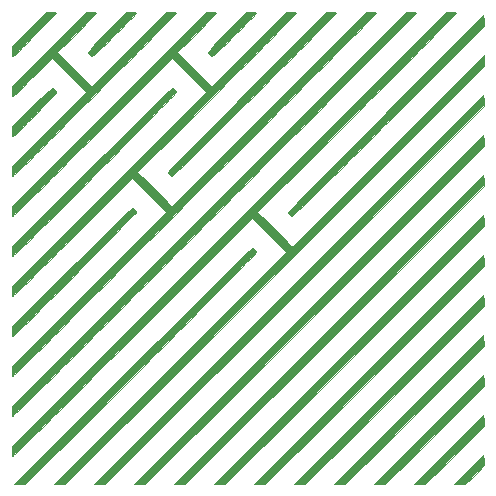
<source format=gbr>
G04 #@! TF.GenerationSoftware,KiCad,Pcbnew,(5.1.4)-1*
G04 #@! TF.CreationDate,2019-10-10T18:56:39+02:00*
G04 #@! TF.ProjectId,SideLeft,53696465-4c65-4667-942e-6b696361645f,rev?*
G04 #@! TF.SameCoordinates,Original*
G04 #@! TF.FileFunction,Legend,Bot*
G04 #@! TF.FilePolarity,Positive*
%FSLAX46Y46*%
G04 Gerber Fmt 4.6, Leading zero omitted, Abs format (unit mm)*
G04 Created by KiCad (PCBNEW (5.1.4)-1) date 2019-10-10 18:56:39*
%MOMM*%
%LPD*%
G04 APERTURE LIST*
%ADD10C,0.010000*%
G04 APERTURE END LIST*
D10*
G36*
X214204770Y-114191624D02*
G01*
X214991197Y-113401914D01*
X214965098Y-112962107D01*
X214939000Y-112522301D01*
X213712428Y-113751817D01*
X212485857Y-114981333D01*
X213418344Y-114981333D01*
X214204770Y-114191624D01*
X214204770Y-114191624D01*
G37*
X214204770Y-114191624D02*
X214991197Y-113401914D01*
X214965098Y-112962107D01*
X214939000Y-112522301D01*
X213712428Y-113751817D01*
X212485857Y-114981333D01*
X213418344Y-114981333D01*
X214204770Y-114191624D01*
G36*
X212510339Y-112499334D02*
G01*
X214991269Y-110017335D01*
X214965134Y-109577121D01*
X214939000Y-109136907D01*
X209097920Y-114981333D01*
X210029410Y-114981333D01*
X212510339Y-112499334D01*
X212510339Y-112499334D01*
G37*
X212510339Y-112499334D02*
X214991269Y-110017335D01*
X214965134Y-109577121D01*
X214939000Y-109136907D01*
X209097920Y-114981333D01*
X210029410Y-114981333D01*
X212510339Y-112499334D01*
G36*
X210816796Y-110806207D02*
G01*
X214991283Y-106631080D01*
X214965142Y-106190829D01*
X214939000Y-105750577D01*
X205710916Y-114981333D01*
X206642308Y-114981333D01*
X210816796Y-110806207D01*
X210816796Y-110806207D01*
G37*
X210816796Y-110806207D02*
X214991283Y-106631080D01*
X214965142Y-106190829D01*
X214939000Y-105750577D01*
X205710916Y-114981333D01*
X206642308Y-114981333D01*
X210816796Y-110806207D01*
G36*
X209123373Y-109112961D02*
G01*
X214991290Y-103244589D01*
X214939000Y-102364067D01*
X208631546Y-108672700D01*
X202324093Y-114981333D01*
X203255457Y-114981333D01*
X209123373Y-109112961D01*
X209123373Y-109112961D01*
G37*
X209123373Y-109112961D02*
X214991290Y-103244589D01*
X214939000Y-102364067D01*
X208631546Y-108672700D01*
X202324093Y-114981333D01*
X203255457Y-114981333D01*
X209123373Y-109112961D01*
G36*
X207429990Y-107419677D02*
G01*
X214991293Y-99858020D01*
X214965146Y-99417755D01*
X214939000Y-98977490D01*
X206938168Y-106979412D01*
X198937336Y-114981333D01*
X199868688Y-114981333D01*
X207429990Y-107419677D01*
X207429990Y-107419677D01*
G37*
X207429990Y-107419677D02*
X214991293Y-99858020D01*
X214965146Y-99417755D01*
X214939000Y-98977490D01*
X206938168Y-106979412D01*
X198937336Y-114981333D01*
X199868688Y-114981333D01*
X207429990Y-107419677D01*
G36*
X205736626Y-105726375D02*
G01*
X214991295Y-96471416D01*
X214965147Y-96031149D01*
X214939000Y-95590882D01*
X205244805Y-105286108D01*
X195550610Y-114981333D01*
X196481956Y-114981333D01*
X205736626Y-105726375D01*
X205736626Y-105726375D01*
G37*
X205736626Y-105726375D02*
X214991295Y-96471416D01*
X214965147Y-96031149D01*
X214939000Y-95590882D01*
X205244805Y-105286108D01*
X195550610Y-114981333D01*
X196481956Y-114981333D01*
X205736626Y-105726375D01*
G36*
X185919637Y-105223363D02*
G01*
X186991467Y-104150712D01*
X188030356Y-103109476D01*
X189030014Y-102106030D01*
X189984147Y-101146752D01*
X190886464Y-100238020D01*
X191730672Y-99386209D01*
X192510480Y-98597697D01*
X193219594Y-97878861D01*
X193851723Y-97236078D01*
X194400574Y-96675725D01*
X194859855Y-96204178D01*
X195223274Y-95827815D01*
X195484539Y-95553012D01*
X195637358Y-95386147D01*
X195677333Y-95334297D01*
X195604143Y-95138829D01*
X195430443Y-95014483D01*
X195342765Y-95000000D01*
X195269583Y-95058920D01*
X195083142Y-95231536D01*
X194789740Y-95511628D01*
X194395679Y-95892978D01*
X193907258Y-96369368D01*
X193330776Y-96934580D01*
X192672535Y-97582394D01*
X191938835Y-98306594D01*
X191135974Y-99100959D01*
X190270253Y-99959273D01*
X189347973Y-100875316D01*
X188375433Y-101842870D01*
X187358932Y-102855717D01*
X186304772Y-103907638D01*
X185221000Y-104990667D01*
X175230602Y-114981333D01*
X176161941Y-114981333D01*
X185919637Y-105223363D01*
X185919637Y-105223363D01*
G37*
X185919637Y-105223363D02*
X186991467Y-104150712D01*
X188030356Y-103109476D01*
X189030014Y-102106030D01*
X189984147Y-101146752D01*
X190886464Y-100238020D01*
X191730672Y-99386209D01*
X192510480Y-98597697D01*
X193219594Y-97878861D01*
X193851723Y-97236078D01*
X194400574Y-96675725D01*
X194859855Y-96204178D01*
X195223274Y-95827815D01*
X195484539Y-95553012D01*
X195637358Y-95386147D01*
X195677333Y-95334297D01*
X195604143Y-95138829D01*
X195430443Y-95014483D01*
X195342765Y-95000000D01*
X195269583Y-95058920D01*
X195083142Y-95231536D01*
X194789740Y-95511628D01*
X194395679Y-95892978D01*
X193907258Y-96369368D01*
X193330776Y-96934580D01*
X192672535Y-97582394D01*
X191938835Y-98306594D01*
X191135974Y-99100959D01*
X190270253Y-99959273D01*
X189347973Y-100875316D01*
X188375433Y-101842870D01*
X187358932Y-102855717D01*
X186304772Y-103907638D01*
X185221000Y-104990667D01*
X175230602Y-114981333D01*
X176161941Y-114981333D01*
X185919637Y-105223363D01*
G36*
X204043271Y-104033063D02*
G01*
X214991297Y-93084792D01*
X214965148Y-92644524D01*
X214939000Y-92204257D01*
X203551451Y-103592795D01*
X192163903Y-114981333D01*
X193095245Y-114981333D01*
X204043271Y-104033063D01*
X204043271Y-104033063D01*
G37*
X204043271Y-104033063D02*
X214991297Y-93084792D01*
X214965148Y-92644524D01*
X214939000Y-92204257D01*
X203551451Y-103592795D01*
X192163903Y-114981333D01*
X193095245Y-114981333D01*
X204043271Y-104033063D01*
G36*
X175156731Y-102392000D02*
G01*
X175339120Y-102223056D01*
X175619077Y-101954420D01*
X175986084Y-101596678D01*
X176429625Y-101160415D01*
X176939183Y-100656216D01*
X177504242Y-100094668D01*
X178114285Y-99486354D01*
X178758796Y-98841862D01*
X179427257Y-98171775D01*
X180109152Y-97486680D01*
X180793964Y-96797162D01*
X181471178Y-96113807D01*
X182130276Y-95447198D01*
X182760742Y-94807924D01*
X183352058Y-94206567D01*
X183893709Y-93653714D01*
X184375178Y-93159951D01*
X184785948Y-92735863D01*
X185115503Y-92392034D01*
X185353326Y-92139051D01*
X185488900Y-91987499D01*
X185517333Y-91947511D01*
X185444140Y-91752142D01*
X185270421Y-91627835D01*
X185182633Y-91613333D01*
X185104017Y-91671914D01*
X184915045Y-91841792D01*
X184624742Y-92114172D01*
X184242133Y-92480259D01*
X183776243Y-92931259D01*
X183236095Y-93458376D01*
X182630714Y-94052816D01*
X181969126Y-94705784D01*
X181260353Y-95408484D01*
X180513423Y-96152121D01*
X180034900Y-96630098D01*
X175018667Y-101646863D01*
X175018667Y-102048765D01*
X175030715Y-102283176D01*
X175061365Y-102428003D01*
X175082425Y-102450667D01*
X175156731Y-102392000D01*
X175156731Y-102392000D01*
G37*
X175156731Y-102392000D02*
X175339120Y-102223056D01*
X175619077Y-101954420D01*
X175986084Y-101596678D01*
X176429625Y-101160415D01*
X176939183Y-100656216D01*
X177504242Y-100094668D01*
X178114285Y-99486354D01*
X178758796Y-98841862D01*
X179427257Y-98171775D01*
X180109152Y-97486680D01*
X180793964Y-96797162D01*
X181471178Y-96113807D01*
X182130276Y-95447198D01*
X182760742Y-94807924D01*
X183352058Y-94206567D01*
X183893709Y-93653714D01*
X184375178Y-93159951D01*
X184785948Y-92735863D01*
X185115503Y-92392034D01*
X185353326Y-92139051D01*
X185488900Y-91987499D01*
X185517333Y-91947511D01*
X185444140Y-91752142D01*
X185270421Y-91627835D01*
X185182633Y-91613333D01*
X185104017Y-91671914D01*
X184915045Y-91841792D01*
X184624742Y-92114172D01*
X184242133Y-92480259D01*
X183776243Y-92931259D01*
X183236095Y-93458376D01*
X182630714Y-94052816D01*
X181969126Y-94705784D01*
X181260353Y-95408484D01*
X180513423Y-96152121D01*
X180034900Y-96630098D01*
X175018667Y-101646863D01*
X175018667Y-102048765D01*
X175030715Y-102283176D01*
X175061365Y-102428003D01*
X175082425Y-102450667D01*
X175156731Y-102392000D01*
G36*
X214991298Y-89698157D02*
G01*
X214965149Y-89257889D01*
X214939000Y-88817620D01*
X201858103Y-101899477D01*
X188777205Y-114981333D01*
X189708546Y-114981333D01*
X214991298Y-89698157D01*
X214991298Y-89698157D01*
G37*
X214991298Y-89698157D02*
X214965149Y-89257889D01*
X214939000Y-88817620D01*
X201858103Y-101899477D01*
X188777205Y-114981333D01*
X189708546Y-114981333D01*
X214991298Y-89698157D01*
G36*
X200656576Y-100646424D02*
G01*
X214991299Y-86311515D01*
X214965149Y-85871246D01*
X214939000Y-85430977D01*
X200164757Y-100206155D01*
X185390515Y-114981333D01*
X186321854Y-114981333D01*
X200656576Y-100646424D01*
X200656576Y-100646424D01*
G37*
X200656576Y-100646424D02*
X214991299Y-86311515D01*
X214965149Y-85871246D01*
X214939000Y-85430977D01*
X200164757Y-100206155D01*
X185390515Y-114981333D01*
X186321854Y-114981333D01*
X200656576Y-100646424D01*
G36*
X214991299Y-82924867D02*
G01*
X214965150Y-82484598D01*
X214939000Y-82044329D01*
X182003830Y-114981333D01*
X182935167Y-114981333D01*
X214991299Y-82924867D01*
X214991299Y-82924867D01*
G37*
X214991299Y-82924867D02*
X214965150Y-82484598D01*
X214939000Y-82044329D01*
X182003830Y-114981333D01*
X182935167Y-114981333D01*
X214991299Y-82924867D01*
G36*
X175154831Y-95618570D02*
G01*
X175337054Y-95448394D01*
X175619902Y-95175980D01*
X175994246Y-94810501D01*
X176450958Y-94361130D01*
X176980910Y-93837042D01*
X177574973Y-93247409D01*
X178224018Y-92601405D01*
X178918916Y-91908204D01*
X179650541Y-91176979D01*
X180409762Y-90416904D01*
X181187451Y-89637152D01*
X181974481Y-88846896D01*
X182761721Y-88055311D01*
X183540045Y-87271569D01*
X184300322Y-86504844D01*
X185033426Y-85764310D01*
X185730226Y-85059140D01*
X186381596Y-84398508D01*
X186978406Y-83791587D01*
X187511527Y-83247551D01*
X187971832Y-82775573D01*
X188350191Y-82384826D01*
X188637476Y-82084485D01*
X188824559Y-81883723D01*
X188902311Y-81791712D01*
X188904000Y-81787573D01*
X188830808Y-81592153D01*
X188657099Y-81467825D01*
X188569367Y-81453333D01*
X188493272Y-81512068D01*
X188305450Y-81683208D01*
X188013645Y-81959156D01*
X187625601Y-82332318D01*
X187149064Y-82795097D01*
X186591777Y-83339896D01*
X185961484Y-83959120D01*
X185265931Y-84645172D01*
X184512862Y-85390458D01*
X183710020Y-86187379D01*
X182865151Y-87028341D01*
X181985999Y-87905747D01*
X181728300Y-88163365D01*
X175018667Y-94873397D01*
X175018667Y-95275365D01*
X175030702Y-95509799D01*
X175061317Y-95654653D01*
X175082361Y-95677333D01*
X175154831Y-95618570D01*
X175154831Y-95618570D01*
G37*
X175154831Y-95618570D02*
X175337054Y-95448394D01*
X175619902Y-95175980D01*
X175994246Y-94810501D01*
X176450958Y-94361130D01*
X176980910Y-93837042D01*
X177574973Y-93247409D01*
X178224018Y-92601405D01*
X178918916Y-91908204D01*
X179650541Y-91176979D01*
X180409762Y-90416904D01*
X181187451Y-89637152D01*
X181974481Y-88846896D01*
X182761721Y-88055311D01*
X183540045Y-87271569D01*
X184300322Y-86504844D01*
X185033426Y-85764310D01*
X185730226Y-85059140D01*
X186381596Y-84398508D01*
X186978406Y-83791587D01*
X187511527Y-83247551D01*
X187971832Y-82775573D01*
X188350191Y-82384826D01*
X188637476Y-82084485D01*
X188824559Y-81883723D01*
X188902311Y-81791712D01*
X188904000Y-81787573D01*
X188830808Y-81592153D01*
X188657099Y-81467825D01*
X188569367Y-81453333D01*
X188493272Y-81512068D01*
X188305450Y-81683208D01*
X188013645Y-81959156D01*
X187625601Y-82332318D01*
X187149064Y-82795097D01*
X186591777Y-83339896D01*
X185961484Y-83959120D01*
X185265931Y-84645172D01*
X184512862Y-85390458D01*
X183710020Y-86187379D01*
X182865151Y-87028341D01*
X181985999Y-87905747D01*
X181728300Y-88163365D01*
X175018667Y-94873397D01*
X175018667Y-95275365D01*
X175030702Y-95509799D01*
X175061317Y-95654653D01*
X175082361Y-95677333D01*
X175154831Y-95618570D01*
G36*
X175166587Y-85458881D02*
G01*
X175348789Y-85295673D01*
X175611624Y-85045932D01*
X175937207Y-84727882D01*
X176307654Y-84359746D01*
X176705078Y-83959747D01*
X177111595Y-83546109D01*
X177509320Y-83137055D01*
X177880366Y-82750807D01*
X178206850Y-82405590D01*
X178470885Y-82119627D01*
X178654586Y-81911141D01*
X178740069Y-81798354D01*
X178744000Y-81787045D01*
X178670794Y-81592060D01*
X178496988Y-81467908D01*
X178408752Y-81453333D01*
X178316162Y-81511176D01*
X178121813Y-81674319D01*
X177842529Y-81927184D01*
X177495134Y-82254193D01*
X177096452Y-82639767D01*
X176663309Y-83068328D01*
X176647686Y-83083961D01*
X175018667Y-84714588D01*
X175018667Y-85115961D01*
X175030821Y-85350193D01*
X175061736Y-85494808D01*
X175082905Y-85517333D01*
X175166587Y-85458881D01*
X175166587Y-85458881D01*
G37*
X175166587Y-85458881D02*
X175348789Y-85295673D01*
X175611624Y-85045932D01*
X175937207Y-84727882D01*
X176307654Y-84359746D01*
X176705078Y-83959747D01*
X177111595Y-83546109D01*
X177509320Y-83137055D01*
X177880366Y-82750807D01*
X178206850Y-82405590D01*
X178470885Y-82119627D01*
X178654586Y-81911141D01*
X178740069Y-81798354D01*
X178744000Y-81787045D01*
X178670794Y-81592060D01*
X178496988Y-81467908D01*
X178408752Y-81453333D01*
X178316162Y-81511176D01*
X178121813Y-81674319D01*
X177842529Y-81927184D01*
X177495134Y-82254193D01*
X177096452Y-82639767D01*
X176663309Y-83068328D01*
X176647686Y-83083961D01*
X175018667Y-84714588D01*
X175018667Y-85115961D01*
X175030821Y-85350193D01*
X175061736Y-85494808D01*
X175082905Y-85517333D01*
X175166587Y-85458881D01*
G36*
X198795939Y-92231843D02*
G01*
X198983094Y-92059985D01*
X199275696Y-91782017D01*
X199666709Y-91404861D01*
X200149098Y-90935441D01*
X200715829Y-90380678D01*
X201359865Y-89747495D01*
X202074172Y-89042816D01*
X202851714Y-88273563D01*
X203685456Y-87446659D01*
X204568364Y-86569026D01*
X205493401Y-85647588D01*
X206453533Y-84689267D01*
X206921980Y-84221021D01*
X214991294Y-76151375D01*
X214965147Y-75711105D01*
X214939000Y-75270836D01*
X206662833Y-83548079D01*
X205676842Y-84535130D01*
X204724339Y-85490481D01*
X203812157Y-86407187D01*
X202947133Y-87278305D01*
X202136099Y-88096891D01*
X201385892Y-88856002D01*
X200703344Y-89548694D01*
X200095290Y-90168025D01*
X199568566Y-90707049D01*
X199130005Y-91158823D01*
X198786442Y-91516405D01*
X198544712Y-91772849D01*
X198411648Y-91921214D01*
X198386667Y-91956395D01*
X198459858Y-92151842D01*
X198633563Y-92276181D01*
X198721266Y-92290667D01*
X198795939Y-92231843D01*
X198795939Y-92231843D01*
G37*
X198795939Y-92231843D02*
X198983094Y-92059985D01*
X199275696Y-91782017D01*
X199666709Y-91404861D01*
X200149098Y-90935441D01*
X200715829Y-90380678D01*
X201359865Y-89747495D01*
X202074172Y-89042816D01*
X202851714Y-88273563D01*
X203685456Y-87446659D01*
X204568364Y-86569026D01*
X205493401Y-85647588D01*
X206453533Y-84689267D01*
X206921980Y-84221021D01*
X214991294Y-76151375D01*
X214965147Y-75711105D01*
X214939000Y-75270836D01*
X206662833Y-83548079D01*
X205676842Y-84535130D01*
X204724339Y-85490481D01*
X203812157Y-86407187D01*
X202947133Y-87278305D01*
X202136099Y-88096891D01*
X201385892Y-88856002D01*
X200703344Y-89548694D01*
X200095290Y-90168025D01*
X199568566Y-90707049D01*
X199130005Y-91158823D01*
X198786442Y-91516405D01*
X198544712Y-91772849D01*
X198411648Y-91921214D01*
X198386667Y-91956395D01*
X198459858Y-92151842D01*
X198633563Y-92276181D01*
X198721266Y-92290667D01*
X198795939Y-92231843D01*
G36*
X197264909Y-97264758D02*
G01*
X214981333Y-79548182D01*
X214981333Y-78617331D01*
X206853404Y-86744929D01*
X198725475Y-94872528D01*
X197265137Y-93412190D01*
X195804799Y-91951853D01*
X204207733Y-83548601D01*
X205200937Y-82554916D01*
X206160738Y-81593783D01*
X207080361Y-80672029D01*
X207953033Y-79796477D01*
X208771980Y-78973954D01*
X209530427Y-78211284D01*
X210221602Y-77515292D01*
X210838730Y-76892804D01*
X211375038Y-76350644D01*
X211823752Y-75895638D01*
X212178097Y-75534611D01*
X212431301Y-75274388D01*
X212576589Y-75121795D01*
X212610667Y-75082008D01*
X212534711Y-75045077D01*
X212341483Y-75022250D01*
X212208427Y-75018667D01*
X211806187Y-75018667D01*
X175018667Y-111806479D01*
X175018667Y-112208573D01*
X175030636Y-112443050D01*
X175061086Y-112587954D01*
X175082034Y-112610667D01*
X175147757Y-112551787D01*
X175326918Y-112379267D01*
X175613298Y-112099286D01*
X176000681Y-111718021D01*
X176482849Y-111241651D01*
X177053585Y-110676355D01*
X177706671Y-110028310D01*
X178435890Y-109303696D01*
X179235024Y-108508692D01*
X180097857Y-107649474D01*
X181018171Y-106732222D01*
X181989748Y-105763115D01*
X183006371Y-104748331D01*
X184061823Y-103694047D01*
X185149885Y-102606443D01*
X185241947Y-102514387D01*
X195338493Y-92418106D01*
X196798858Y-93878472D01*
X198259223Y-95338837D01*
X188438248Y-105160085D01*
X178617274Y-114981333D01*
X179548485Y-114981333D01*
X197264909Y-97264758D01*
X197264909Y-97264758D01*
G37*
X197264909Y-97264758D02*
X214981333Y-79548182D01*
X214981333Y-78617331D01*
X206853404Y-86744929D01*
X198725475Y-94872528D01*
X197265137Y-93412190D01*
X195804799Y-91951853D01*
X204207733Y-83548601D01*
X205200937Y-82554916D01*
X206160738Y-81593783D01*
X207080361Y-80672029D01*
X207953033Y-79796477D01*
X208771980Y-78973954D01*
X209530427Y-78211284D01*
X210221602Y-77515292D01*
X210838730Y-76892804D01*
X211375038Y-76350644D01*
X211823752Y-75895638D01*
X212178097Y-75534611D01*
X212431301Y-75274388D01*
X212576589Y-75121795D01*
X212610667Y-75082008D01*
X212534711Y-75045077D01*
X212341483Y-75022250D01*
X212208427Y-75018667D01*
X211806187Y-75018667D01*
X175018667Y-111806479D01*
X175018667Y-112208573D01*
X175030636Y-112443050D01*
X175061086Y-112587954D01*
X175082034Y-112610667D01*
X175147757Y-112551787D01*
X175326918Y-112379267D01*
X175613298Y-112099286D01*
X176000681Y-111718021D01*
X176482849Y-111241651D01*
X177053585Y-110676355D01*
X177706671Y-110028310D01*
X178435890Y-109303696D01*
X179235024Y-108508692D01*
X180097857Y-107649474D01*
X181018171Y-106732222D01*
X181989748Y-105763115D01*
X183006371Y-104748331D01*
X184061823Y-103694047D01*
X185149885Y-102606443D01*
X185241947Y-102514387D01*
X195338493Y-92418106D01*
X196798858Y-93878472D01*
X198259223Y-95338837D01*
X188438248Y-105160085D01*
X178617274Y-114981333D01*
X179548485Y-114981333D01*
X197264909Y-97264758D01*
G36*
X175147107Y-109165025D02*
G01*
X175325759Y-108991968D01*
X175612401Y-108710627D01*
X176001232Y-108326805D01*
X176486453Y-107846300D01*
X177062263Y-107274914D01*
X177722861Y-106618446D01*
X178462449Y-105882696D01*
X179275225Y-105073465D01*
X180155389Y-104196554D01*
X181097142Y-103257762D01*
X182094682Y-102262889D01*
X183142210Y-101217737D01*
X184233925Y-100128104D01*
X185364027Y-98999792D01*
X186526717Y-97838601D01*
X187716193Y-96650330D01*
X188926656Y-95440780D01*
X190152305Y-94215752D01*
X191387341Y-92981045D01*
X192625962Y-91742460D01*
X193862369Y-90505797D01*
X195090761Y-89276856D01*
X196305338Y-88061438D01*
X197500301Y-86865343D01*
X198669849Y-85694371D01*
X199808181Y-84554322D01*
X200909497Y-83450996D01*
X201967998Y-82390195D01*
X202977882Y-81377717D01*
X203933350Y-80419364D01*
X204828602Y-79520935D01*
X205657837Y-78688230D01*
X206415255Y-77927051D01*
X207095056Y-77243197D01*
X207691440Y-76642469D01*
X208198606Y-76130666D01*
X208610754Y-75713589D01*
X208922085Y-75397038D01*
X209126797Y-75186814D01*
X209219090Y-75088717D01*
X209224000Y-75082088D01*
X209148045Y-75045111D01*
X208954816Y-75022254D01*
X208821753Y-75018667D01*
X208419506Y-75018667D01*
X191719086Y-91719247D01*
X175018667Y-108419827D01*
X175018667Y-108821914D01*
X175030676Y-109056388D01*
X175061228Y-109201288D01*
X175082245Y-109224000D01*
X175147107Y-109165025D01*
X175147107Y-109165025D01*
G37*
X175147107Y-109165025D02*
X175325759Y-108991968D01*
X175612401Y-108710627D01*
X176001232Y-108326805D01*
X176486453Y-107846300D01*
X177062263Y-107274914D01*
X177722861Y-106618446D01*
X178462449Y-105882696D01*
X179275225Y-105073465D01*
X180155389Y-104196554D01*
X181097142Y-103257762D01*
X182094682Y-102262889D01*
X183142210Y-101217737D01*
X184233925Y-100128104D01*
X185364027Y-98999792D01*
X186526717Y-97838601D01*
X187716193Y-96650330D01*
X188926656Y-95440780D01*
X190152305Y-94215752D01*
X191387341Y-92981045D01*
X192625962Y-91742460D01*
X193862369Y-90505797D01*
X195090761Y-89276856D01*
X196305338Y-88061438D01*
X197500301Y-86865343D01*
X198669849Y-85694371D01*
X199808181Y-84554322D01*
X200909497Y-83450996D01*
X201967998Y-82390195D01*
X202977882Y-81377717D01*
X203933350Y-80419364D01*
X204828602Y-79520935D01*
X205657837Y-78688230D01*
X206415255Y-77927051D01*
X207095056Y-77243197D01*
X207691440Y-76642469D01*
X208198606Y-76130666D01*
X208610754Y-75713589D01*
X208922085Y-75397038D01*
X209126797Y-75186814D01*
X209219090Y-75088717D01*
X209224000Y-75082088D01*
X209148045Y-75045111D01*
X208954816Y-75022254D01*
X208821753Y-75018667D01*
X208419506Y-75018667D01*
X191719086Y-91719247D01*
X175018667Y-108419827D01*
X175018667Y-108821914D01*
X175030676Y-109056388D01*
X175061228Y-109201288D01*
X175082245Y-109224000D01*
X175147107Y-109165025D01*
G36*
X188634119Y-88845523D02*
G01*
X188817235Y-88676177D01*
X189101470Y-88405091D01*
X189477649Y-88041394D01*
X189936599Y-87594215D01*
X190469148Y-87072682D01*
X191066122Y-86485924D01*
X191718348Y-85843071D01*
X192416653Y-85153250D01*
X193151863Y-84425591D01*
X193914804Y-83669222D01*
X194696305Y-82893272D01*
X195487192Y-82106870D01*
X196278290Y-81319144D01*
X197060428Y-80539224D01*
X197824431Y-79776238D01*
X198561127Y-79039316D01*
X199261343Y-78337584D01*
X199915904Y-77680174D01*
X200515638Y-77076213D01*
X201051372Y-76534829D01*
X201513932Y-76065153D01*
X201894145Y-75676312D01*
X202182838Y-75377436D01*
X202370837Y-75177653D01*
X202448970Y-75086092D01*
X202450667Y-75081973D01*
X202374710Y-75045067D01*
X202181472Y-75022252D01*
X202048300Y-75018667D01*
X201645934Y-75018667D01*
X194936300Y-81728699D01*
X194049888Y-82616310D01*
X193197737Y-83471854D01*
X192387441Y-84287586D01*
X191626598Y-85055762D01*
X190922802Y-85768637D01*
X190283649Y-86418467D01*
X189716735Y-86997507D01*
X189229654Y-87498013D01*
X188830004Y-87912242D01*
X188525378Y-88232448D01*
X188323374Y-88450887D01*
X188231585Y-88559815D01*
X188226667Y-88569765D01*
X188299858Y-88765181D01*
X188473564Y-88889508D01*
X188561295Y-88904000D01*
X188634119Y-88845523D01*
X188634119Y-88845523D01*
G37*
X188634119Y-88845523D02*
X188817235Y-88676177D01*
X189101470Y-88405091D01*
X189477649Y-88041394D01*
X189936599Y-87594215D01*
X190469148Y-87072682D01*
X191066122Y-86485924D01*
X191718348Y-85843071D01*
X192416653Y-85153250D01*
X193151863Y-84425591D01*
X193914804Y-83669222D01*
X194696305Y-82893272D01*
X195487192Y-82106870D01*
X196278290Y-81319144D01*
X197060428Y-80539224D01*
X197824431Y-79776238D01*
X198561127Y-79039316D01*
X199261343Y-78337584D01*
X199915904Y-77680174D01*
X200515638Y-77076213D01*
X201051372Y-76534829D01*
X201513932Y-76065153D01*
X201894145Y-75676312D01*
X202182838Y-75377436D01*
X202370837Y-75177653D01*
X202448970Y-75086092D01*
X202450667Y-75081973D01*
X202374710Y-75045067D01*
X202181472Y-75022252D01*
X202048300Y-75018667D01*
X201645934Y-75018667D01*
X194936300Y-81728699D01*
X194049888Y-82616310D01*
X193197737Y-83471854D01*
X192387441Y-84287586D01*
X191626598Y-85055762D01*
X190922802Y-85768637D01*
X190283649Y-86418467D01*
X189716735Y-86997507D01*
X189229654Y-87498013D01*
X188830004Y-87912242D01*
X188525378Y-88232448D01*
X188323374Y-88450887D01*
X188231585Y-88559815D01*
X188226667Y-88569765D01*
X188299858Y-88765181D01*
X188473564Y-88889508D01*
X188561295Y-88904000D01*
X188634119Y-88845523D01*
G36*
X192033740Y-78686608D02*
G01*
X192219317Y-78526360D01*
X192487021Y-78281150D01*
X192818634Y-77968870D01*
X193195941Y-77607413D01*
X193600723Y-77214673D01*
X194014765Y-76808541D01*
X194419850Y-76406911D01*
X194797761Y-76027676D01*
X195130282Y-75688728D01*
X195399195Y-75407961D01*
X195586285Y-75203268D01*
X195673334Y-75092541D01*
X195677333Y-75081445D01*
X195601369Y-75044870D01*
X195408083Y-75022241D01*
X195274352Y-75018667D01*
X194871371Y-75018667D01*
X193242352Y-76649294D01*
X192813010Y-77083687D01*
X192426061Y-77484067D01*
X192097066Y-77833613D01*
X191841585Y-78115502D01*
X191675179Y-78312913D01*
X191613409Y-78409024D01*
X191613333Y-78410361D01*
X191686532Y-78605270D01*
X191860288Y-78729418D01*
X191948505Y-78744000D01*
X192033740Y-78686608D01*
X192033740Y-78686608D01*
G37*
X192033740Y-78686608D02*
X192219317Y-78526360D01*
X192487021Y-78281150D01*
X192818634Y-77968870D01*
X193195941Y-77607413D01*
X193600723Y-77214673D01*
X194014765Y-76808541D01*
X194419850Y-76406911D01*
X194797761Y-76027676D01*
X195130282Y-75688728D01*
X195399195Y-75407961D01*
X195586285Y-75203268D01*
X195673334Y-75092541D01*
X195677333Y-75081445D01*
X195601369Y-75044870D01*
X195408083Y-75022241D01*
X195274352Y-75018667D01*
X194871371Y-75018667D01*
X193242352Y-76649294D01*
X192813010Y-77083687D01*
X192426061Y-77484067D01*
X192097066Y-77833613D01*
X191841585Y-78115502D01*
X191675179Y-78312913D01*
X191613409Y-78409024D01*
X191613333Y-78410361D01*
X191686532Y-78605270D01*
X191860288Y-78729418D01*
X191948505Y-78744000D01*
X192033740Y-78686608D01*
G36*
X175147380Y-105778403D02*
G01*
X175325968Y-105605685D01*
X175611905Y-105325293D01*
X175999079Y-104943339D01*
X176481377Y-104465936D01*
X177052687Y-103899196D01*
X177706896Y-103249232D01*
X178437891Y-102522156D01*
X179239561Y-101724081D01*
X180105793Y-100861119D01*
X181030475Y-99939382D01*
X182007493Y-98964984D01*
X183030736Y-97944036D01*
X184094091Y-96882652D01*
X185191445Y-95786943D01*
X186316687Y-94663022D01*
X187463703Y-93517002D01*
X188626382Y-92354994D01*
X189798610Y-91183113D01*
X190974276Y-90007469D01*
X192147266Y-88834177D01*
X193311469Y-87669347D01*
X194460772Y-86519092D01*
X195589062Y-85389526D01*
X196690228Y-84286761D01*
X197758155Y-83216908D01*
X198786734Y-82186081D01*
X199769849Y-81200392D01*
X200701390Y-80265953D01*
X201575244Y-79388878D01*
X202385298Y-78575278D01*
X203125439Y-77831266D01*
X203789556Y-77162954D01*
X204371536Y-76576455D01*
X204865267Y-76077882D01*
X205264635Y-75673347D01*
X205563529Y-75368962D01*
X205755836Y-75170841D01*
X205835444Y-75085094D01*
X205837333Y-75082080D01*
X205761381Y-75045098D01*
X205568171Y-75022246D01*
X205435328Y-75018667D01*
X205033324Y-75018667D01*
X196799400Y-83252265D01*
X188565477Y-91485864D01*
X187105158Y-90025545D01*
X185644840Y-88565226D01*
X192354420Y-81855248D01*
X193240340Y-80968722D01*
X194092043Y-80115356D01*
X194901944Y-79302806D01*
X195662462Y-78538726D01*
X196366013Y-77830772D01*
X197005015Y-77186598D01*
X197571884Y-76613859D01*
X198059039Y-76120209D01*
X198458896Y-75713305D01*
X198763872Y-75400799D01*
X198966384Y-75190347D01*
X199058850Y-75089605D01*
X199064000Y-75081968D01*
X198988050Y-75045041D01*
X198794859Y-75022231D01*
X198662251Y-75018667D01*
X198260502Y-75018667D01*
X195106193Y-78172135D01*
X191951883Y-81325603D01*
X189032121Y-78405841D01*
X190661394Y-76774960D01*
X191089823Y-76343894D01*
X191476091Y-75950999D01*
X191804747Y-75612338D01*
X192060338Y-75343972D01*
X192227412Y-75161963D01*
X192290518Y-75082373D01*
X192290667Y-75081373D01*
X192214709Y-75044815D01*
X192021473Y-75022216D01*
X191888337Y-75018667D01*
X191486008Y-75018667D01*
X183252337Y-83252662D01*
X175018667Y-91486657D01*
X175018667Y-91888662D01*
X175030626Y-92123109D01*
X175061050Y-92267977D01*
X175081968Y-92290667D01*
X175148995Y-92232001D01*
X175327982Y-92061060D01*
X175611274Y-91785425D01*
X175991217Y-91412680D01*
X176460154Y-90950408D01*
X177010432Y-90406190D01*
X177634396Y-89787611D01*
X178324391Y-89102253D01*
X179072762Y-88357699D01*
X179871854Y-87561531D01*
X180714013Y-86721333D01*
X181591583Y-85844687D01*
X181855248Y-85581087D01*
X188565226Y-78871507D01*
X190025545Y-80331825D01*
X191485864Y-81792144D01*
X183252265Y-90026067D01*
X175018667Y-98259991D01*
X175018667Y-98661995D01*
X175030614Y-98896443D01*
X175061006Y-99041310D01*
X175081902Y-99064000D01*
X175150026Y-99005513D01*
X175328839Y-98835903D01*
X175609455Y-98563942D01*
X175982990Y-98198405D01*
X176440557Y-97748067D01*
X176973270Y-97221701D01*
X177572245Y-96628082D01*
X178228595Y-95975984D01*
X178933434Y-95274181D01*
X179677878Y-94531446D01*
X180161882Y-94047787D01*
X185178627Y-89031574D01*
X188099155Y-91952102D01*
X181558911Y-98492755D01*
X175018667Y-105033407D01*
X175018667Y-105435370D01*
X175030682Y-105669803D01*
X175061245Y-105814654D01*
X175082254Y-105837333D01*
X175147380Y-105778403D01*
X175147380Y-105778403D01*
G37*
X175147380Y-105778403D02*
X175325968Y-105605685D01*
X175611905Y-105325293D01*
X175999079Y-104943339D01*
X176481377Y-104465936D01*
X177052687Y-103899196D01*
X177706896Y-103249232D01*
X178437891Y-102522156D01*
X179239561Y-101724081D01*
X180105793Y-100861119D01*
X181030475Y-99939382D01*
X182007493Y-98964984D01*
X183030736Y-97944036D01*
X184094091Y-96882652D01*
X185191445Y-95786943D01*
X186316687Y-94663022D01*
X187463703Y-93517002D01*
X188626382Y-92354994D01*
X189798610Y-91183113D01*
X190974276Y-90007469D01*
X192147266Y-88834177D01*
X193311469Y-87669347D01*
X194460772Y-86519092D01*
X195589062Y-85389526D01*
X196690228Y-84286761D01*
X197758155Y-83216908D01*
X198786734Y-82186081D01*
X199769849Y-81200392D01*
X200701390Y-80265953D01*
X201575244Y-79388878D01*
X202385298Y-78575278D01*
X203125439Y-77831266D01*
X203789556Y-77162954D01*
X204371536Y-76576455D01*
X204865267Y-76077882D01*
X205264635Y-75673347D01*
X205563529Y-75368962D01*
X205755836Y-75170841D01*
X205835444Y-75085094D01*
X205837333Y-75082080D01*
X205761381Y-75045098D01*
X205568171Y-75022246D01*
X205435328Y-75018667D01*
X205033324Y-75018667D01*
X196799400Y-83252265D01*
X188565477Y-91485864D01*
X187105158Y-90025545D01*
X185644840Y-88565226D01*
X192354420Y-81855248D01*
X193240340Y-80968722D01*
X194092043Y-80115356D01*
X194901944Y-79302806D01*
X195662462Y-78538726D01*
X196366013Y-77830772D01*
X197005015Y-77186598D01*
X197571884Y-76613859D01*
X198059039Y-76120209D01*
X198458896Y-75713305D01*
X198763872Y-75400799D01*
X198966384Y-75190347D01*
X199058850Y-75089605D01*
X199064000Y-75081968D01*
X198988050Y-75045041D01*
X198794859Y-75022231D01*
X198662251Y-75018667D01*
X198260502Y-75018667D01*
X195106193Y-78172135D01*
X191951883Y-81325603D01*
X189032121Y-78405841D01*
X190661394Y-76774960D01*
X191089823Y-76343894D01*
X191476091Y-75950999D01*
X191804747Y-75612338D01*
X192060338Y-75343972D01*
X192227412Y-75161963D01*
X192290518Y-75082373D01*
X192290667Y-75081373D01*
X192214709Y-75044815D01*
X192021473Y-75022216D01*
X191888337Y-75018667D01*
X191486008Y-75018667D01*
X183252337Y-83252662D01*
X175018667Y-91486657D01*
X175018667Y-91888662D01*
X175030626Y-92123109D01*
X175061050Y-92267977D01*
X175081968Y-92290667D01*
X175148995Y-92232001D01*
X175327982Y-92061060D01*
X175611274Y-91785425D01*
X175991217Y-91412680D01*
X176460154Y-90950408D01*
X177010432Y-90406190D01*
X177634396Y-89787611D01*
X178324391Y-89102253D01*
X179072762Y-88357699D01*
X179871854Y-87561531D01*
X180714013Y-86721333D01*
X181591583Y-85844687D01*
X181855248Y-85581087D01*
X188565226Y-78871507D01*
X190025545Y-80331825D01*
X191485864Y-81792144D01*
X183252265Y-90026067D01*
X175018667Y-98259991D01*
X175018667Y-98661995D01*
X175030614Y-98896443D01*
X175061006Y-99041310D01*
X175081902Y-99064000D01*
X175150026Y-99005513D01*
X175328839Y-98835903D01*
X175609455Y-98563942D01*
X175982990Y-98198405D01*
X176440557Y-97748067D01*
X176973270Y-97221701D01*
X177572245Y-96628082D01*
X178228595Y-95975984D01*
X178933434Y-95274181D01*
X179677878Y-94531446D01*
X180161882Y-94047787D01*
X185178627Y-89031574D01*
X188099155Y-91952102D01*
X181558911Y-98492755D01*
X175018667Y-105033407D01*
X175018667Y-105435370D01*
X175030682Y-105669803D01*
X175061245Y-105814654D01*
X175082254Y-105837333D01*
X175147380Y-105778403D01*
G36*
X181873740Y-78686608D02*
G01*
X182059317Y-78526360D01*
X182327021Y-78281150D01*
X182658634Y-77968870D01*
X183035941Y-77607413D01*
X183440723Y-77214673D01*
X183854765Y-76808541D01*
X184259850Y-76406911D01*
X184637761Y-76027676D01*
X184970282Y-75688728D01*
X185239195Y-75407961D01*
X185426285Y-75203268D01*
X185513334Y-75092541D01*
X185517333Y-75081445D01*
X185441369Y-75044870D01*
X185248083Y-75022241D01*
X185114352Y-75018667D01*
X184711371Y-75018667D01*
X183082352Y-76649294D01*
X182653010Y-77083687D01*
X182266061Y-77484067D01*
X181937066Y-77833613D01*
X181681585Y-78115502D01*
X181515179Y-78312913D01*
X181453409Y-78409024D01*
X181453333Y-78410361D01*
X181526532Y-78605270D01*
X181700288Y-78729418D01*
X181788505Y-78744000D01*
X181873740Y-78686608D01*
X181873740Y-78686608D01*
G37*
X181873740Y-78686608D02*
X182059317Y-78526360D01*
X182327021Y-78281150D01*
X182658634Y-77968870D01*
X183035941Y-77607413D01*
X183440723Y-77214673D01*
X183854765Y-76808541D01*
X184259850Y-76406911D01*
X184637761Y-76027676D01*
X184970282Y-75688728D01*
X185239195Y-75407961D01*
X185426285Y-75203268D01*
X185513334Y-75092541D01*
X185517333Y-75081445D01*
X185441369Y-75044870D01*
X185248083Y-75022241D01*
X185114352Y-75018667D01*
X184711371Y-75018667D01*
X183082352Y-76649294D01*
X182653010Y-77083687D01*
X182266061Y-77484067D01*
X181937066Y-77833613D01*
X181681585Y-78115502D01*
X181515179Y-78312913D01*
X181453409Y-78409024D01*
X181453333Y-78410361D01*
X181526532Y-78605270D01*
X181700288Y-78729418D01*
X181788505Y-78744000D01*
X181873740Y-78686608D01*
G36*
X175150031Y-88845473D02*
G01*
X175327932Y-88675986D01*
X175606923Y-88404680D01*
X175977865Y-88040695D01*
X176431616Y-87593173D01*
X176959036Y-87071253D01*
X177550985Y-86484077D01*
X178198323Y-85840785D01*
X178891908Y-85150519D01*
X179622601Y-84422418D01*
X180381260Y-83665624D01*
X181158746Y-82889277D01*
X181945917Y-82102519D01*
X182733634Y-81314489D01*
X183512756Y-80534329D01*
X184274142Y-79771179D01*
X185008652Y-79034180D01*
X185707146Y-78332473D01*
X186360482Y-77675198D01*
X186959521Y-77071497D01*
X187495122Y-76530509D01*
X187958145Y-76061377D01*
X188339448Y-75673240D01*
X188629892Y-75375239D01*
X188820336Y-75176514D01*
X188901640Y-75086208D01*
X188904000Y-75081973D01*
X188828050Y-75045043D01*
X188634859Y-75022232D01*
X188502251Y-75018667D01*
X188100502Y-75018667D01*
X184946193Y-78172135D01*
X181791883Y-81325603D01*
X178872121Y-78405841D01*
X180501394Y-76774960D01*
X180929823Y-76343894D01*
X181316091Y-75950999D01*
X181644747Y-75612338D01*
X181900338Y-75343972D01*
X182067412Y-75161963D01*
X182130518Y-75082373D01*
X182130667Y-75081373D01*
X182054706Y-75044825D01*
X181861450Y-75022225D01*
X181728076Y-75018667D01*
X181325486Y-75018667D01*
X178172076Y-78172918D01*
X175018667Y-81327169D01*
X175018667Y-81728918D01*
X175030521Y-81963280D01*
X175060675Y-82108045D01*
X175081372Y-82130667D01*
X175155438Y-82073147D01*
X175332723Y-81910888D01*
X175597166Y-81659343D01*
X175932704Y-81333963D01*
X176323276Y-80950200D01*
X176752820Y-80523506D01*
X176774960Y-80501394D01*
X178405841Y-78872121D01*
X179865722Y-80332002D01*
X181325603Y-81791884D01*
X175018667Y-88100502D01*
X175018667Y-88502251D01*
X175030708Y-88736611D01*
X175061337Y-88881377D01*
X175082361Y-88904000D01*
X175150031Y-88845473D01*
X175150031Y-88845473D01*
G37*
X175150031Y-88845473D02*
X175327932Y-88675986D01*
X175606923Y-88404680D01*
X175977865Y-88040695D01*
X176431616Y-87593173D01*
X176959036Y-87071253D01*
X177550985Y-86484077D01*
X178198323Y-85840785D01*
X178891908Y-85150519D01*
X179622601Y-84422418D01*
X180381260Y-83665624D01*
X181158746Y-82889277D01*
X181945917Y-82102519D01*
X182733634Y-81314489D01*
X183512756Y-80534329D01*
X184274142Y-79771179D01*
X185008652Y-79034180D01*
X185707146Y-78332473D01*
X186360482Y-77675198D01*
X186959521Y-77071497D01*
X187495122Y-76530509D01*
X187958145Y-76061377D01*
X188339448Y-75673240D01*
X188629892Y-75375239D01*
X188820336Y-75176514D01*
X188901640Y-75086208D01*
X188904000Y-75081973D01*
X188828050Y-75045043D01*
X188634859Y-75022232D01*
X188502251Y-75018667D01*
X188100502Y-75018667D01*
X184946193Y-78172135D01*
X181791883Y-81325603D01*
X178872121Y-78405841D01*
X180501394Y-76774960D01*
X180929823Y-76343894D01*
X181316091Y-75950999D01*
X181644747Y-75612338D01*
X181900338Y-75343972D01*
X182067412Y-75161963D01*
X182130518Y-75082373D01*
X182130667Y-75081373D01*
X182054706Y-75044825D01*
X181861450Y-75022225D01*
X181728076Y-75018667D01*
X181325486Y-75018667D01*
X178172076Y-78172918D01*
X175018667Y-81327169D01*
X175018667Y-81728918D01*
X175030521Y-81963280D01*
X175060675Y-82108045D01*
X175081372Y-82130667D01*
X175155438Y-82073147D01*
X175332723Y-81910888D01*
X175597166Y-81659343D01*
X175932704Y-81333963D01*
X176323276Y-80950200D01*
X176752820Y-80523506D01*
X176774960Y-80501394D01*
X178405841Y-78872121D01*
X179865722Y-80332002D01*
X181325603Y-81791884D01*
X175018667Y-88100502D01*
X175018667Y-88502251D01*
X175030708Y-88736611D01*
X175061337Y-88881377D01*
X175082361Y-88904000D01*
X175150031Y-88845473D01*
G36*
X175157756Y-78686420D02*
G01*
X175332925Y-78525671D01*
X175590431Y-78279743D01*
X175912292Y-77966624D01*
X176280528Y-77604303D01*
X176677156Y-77210768D01*
X177084196Y-76804007D01*
X177483666Y-76402010D01*
X177857584Y-76022764D01*
X178187969Y-75684259D01*
X178456840Y-75404483D01*
X178646216Y-75201424D01*
X178738114Y-75093072D01*
X178744000Y-75081445D01*
X178668035Y-75044874D01*
X178474742Y-75022244D01*
X178340926Y-75018667D01*
X177937852Y-75018667D01*
X176478259Y-76480049D01*
X175018667Y-77941432D01*
X175018667Y-78342716D01*
X175030824Y-78576918D01*
X175061744Y-78721497D01*
X175082905Y-78744000D01*
X175157756Y-78686420D01*
X175157756Y-78686420D01*
G37*
X175157756Y-78686420D02*
X175332925Y-78525671D01*
X175590431Y-78279743D01*
X175912292Y-77966624D01*
X176280528Y-77604303D01*
X176677156Y-77210768D01*
X177084196Y-76804007D01*
X177483666Y-76402010D01*
X177857584Y-76022764D01*
X178187969Y-75684259D01*
X178456840Y-75404483D01*
X178646216Y-75201424D01*
X178738114Y-75093072D01*
X178744000Y-75081445D01*
X178668035Y-75044874D01*
X178474742Y-75022244D01*
X178340926Y-75018667D01*
X177937852Y-75018667D01*
X176478259Y-76480049D01*
X175018667Y-77941432D01*
X175018667Y-78342716D01*
X175030824Y-78576918D01*
X175061744Y-78721497D01*
X175082905Y-78744000D01*
X175157756Y-78686420D01*
M02*

</source>
